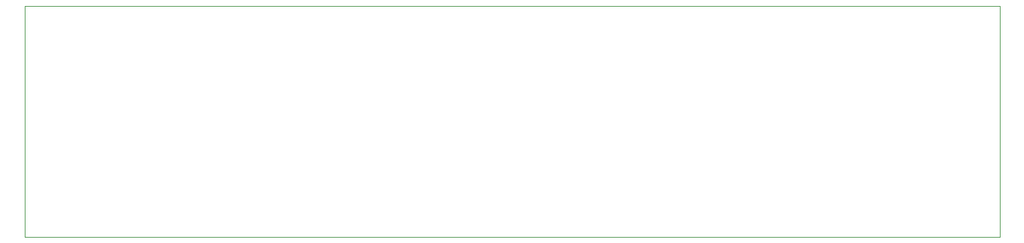
<source format=gbr>
G04 #@! TF.GenerationSoftware,KiCad,Pcbnew,5.1.2-f72e74a~84~ubuntu18.04.1*
G04 #@! TF.CreationDate,2019-11-21T14:14:44+01:00*
G04 #@! TF.ProjectId,FR4_proto,4652345f-7072-46f7-946f-2e6b69636164,rev?*
G04 #@! TF.SameCoordinates,Original*
G04 #@! TF.FileFunction,Profile,NP*
%FSLAX46Y46*%
G04 Gerber Fmt 4.6, Leading zero omitted, Abs format (unit mm)*
G04 Created by KiCad (PCBNEW 5.1.2-f72e74a~84~ubuntu18.04.1) date 2019-11-21 14:14:44*
%MOMM*%
%LPD*%
G04 APERTURE LIST*
%ADD10C,0.050000*%
G04 APERTURE END LIST*
D10*
X179070000Y-82550000D02*
X179070000Y-111760000D01*
X55880000Y-82550000D02*
X179070000Y-82550000D01*
X55880000Y-111760000D02*
X55880000Y-82550000D01*
X57150000Y-111760000D02*
X55880000Y-111760000D01*
X179070000Y-111760000D02*
X57150000Y-111760000D01*
M02*

</source>
